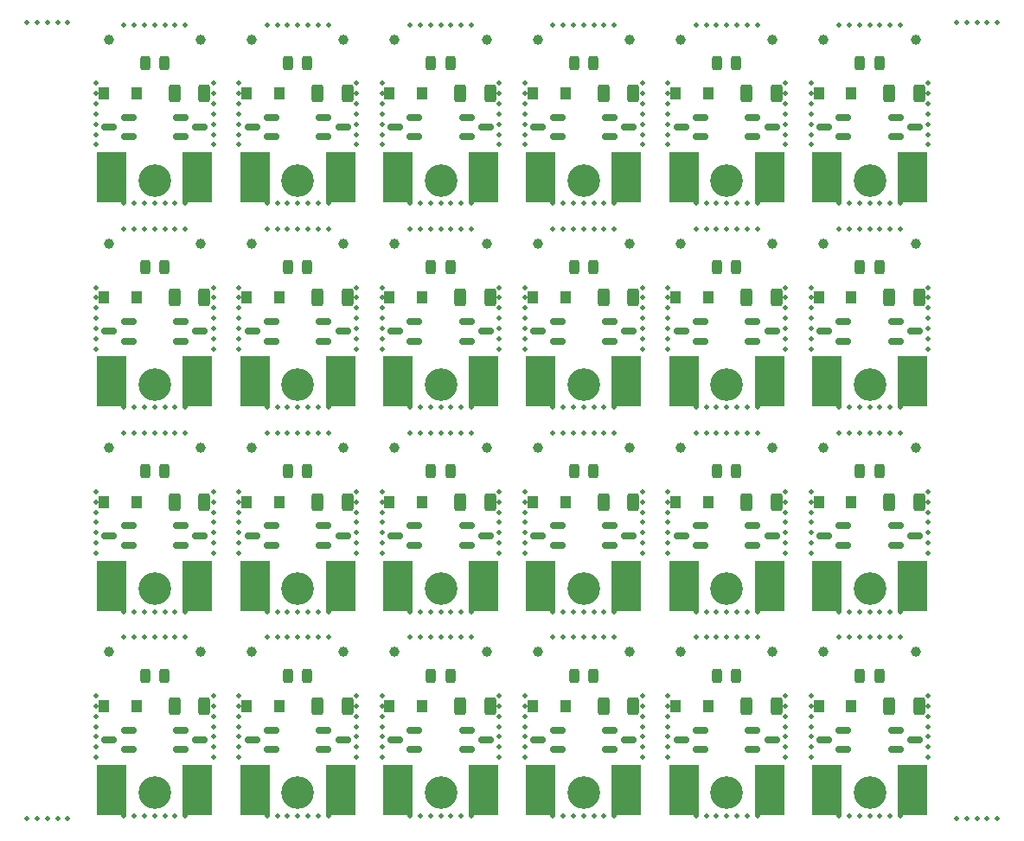
<source format=gts>
G04 #@! TF.GenerationSoftware,KiCad,Pcbnew,(6.0.9)*
G04 #@! TF.CreationDate,2022-12-08T09:34:55+09:00*
G04 #@! TF.ProjectId,EndPCRailBoard-PNLZ,456e6450-4352-4616-996c-426f6172642d,rev?*
G04 #@! TF.SameCoordinates,PX3938700PY1c9c380*
G04 #@! TF.FileFunction,Soldermask,Top*
G04 #@! TF.FilePolarity,Negative*
%FSLAX46Y46*%
G04 Gerber Fmt 4.6, Leading zero omitted, Abs format (unit mm)*
G04 Created by KiCad (PCBNEW (6.0.9)) date 2022-12-08 09:34:55*
%MOMM*%
%LPD*%
G01*
G04 APERTURE LIST*
G04 Aperture macros list*
%AMRoundRect*
0 Rectangle with rounded corners*
0 $1 Rounding radius*
0 $2 $3 $4 $5 $6 $7 $8 $9 X,Y pos of 4 corners*
0 Add a 4 corners polygon primitive as box body*
4,1,4,$2,$3,$4,$5,$6,$7,$8,$9,$2,$3,0*
0 Add four circle primitives for the rounded corners*
1,1,$1+$1,$2,$3*
1,1,$1+$1,$4,$5*
1,1,$1+$1,$6,$7*
1,1,$1+$1,$8,$9*
0 Add four rect primitives between the rounded corners*
20,1,$1+$1,$2,$3,$4,$5,0*
20,1,$1+$1,$4,$5,$6,$7,0*
20,1,$1+$1,$6,$7,$8,$9,0*
20,1,$1+$1,$8,$9,$2,$3,0*%
G04 Aperture macros list end*
%ADD10R,1.120000X1.270000*%
%ADD11C,0.500000*%
%ADD12C,1.000000*%
%ADD13R,3.000000X5.000000*%
%ADD14RoundRect,0.250000X-0.312500X-0.625000X0.312500X-0.625000X0.312500X0.625000X-0.312500X0.625000X0*%
%ADD15RoundRect,0.243750X0.243750X0.456250X-0.243750X0.456250X-0.243750X-0.456250X0.243750X-0.456250X0*%
%ADD16C,3.200000*%
%ADD17RoundRect,0.150000X-0.587500X-0.150000X0.587500X-0.150000X0.587500X0.150000X-0.587500X0.150000X0*%
%ADD18RoundRect,0.150000X0.587500X0.150000X-0.587500X0.150000X-0.587500X-0.150000X0.587500X-0.150000X0*%
G04 APERTURE END LIST*
D10*
X39200000Y-74000000D03*
X36000000Y-74000000D03*
D11*
X74750000Y-39000000D03*
D12*
X17500000Y-68700000D03*
D11*
X77250000Y-75000000D03*
X13000000Y-44750000D03*
X85000000Y-64750000D03*
X88750000Y-17000000D03*
D13*
X78800000Y-42200000D03*
D11*
X26000000Y-64750000D03*
X88750000Y-13000000D03*
X81000000Y-7250000D03*
X7250000Y-34000000D03*
X93500000Y-85000000D03*
X60750000Y-37000000D03*
X68000000Y-64750000D03*
D12*
X64500000Y-48700000D03*
D11*
X49250000Y-35000000D03*
X49250000Y-18000000D03*
X71000000Y-47250000D03*
D12*
X50500000Y-28700000D03*
D11*
X83000000Y-67250000D03*
X49250000Y-34000000D03*
X77250000Y-79000000D03*
D14*
X56937500Y-34000000D03*
X59862500Y-34000000D03*
D11*
X63250000Y-19000000D03*
X80000000Y-47250000D03*
X52000000Y-67250000D03*
X74750000Y-58000000D03*
X27000000Y-7250000D03*
D10*
X53200000Y-74000000D03*
X50000000Y-74000000D03*
D11*
X77250000Y-36000000D03*
X35250000Y-36000000D03*
X54000000Y-7250000D03*
X80000000Y-84750000D03*
X84000000Y-67250000D03*
X71000000Y-64750000D03*
X70000000Y-27250000D03*
D12*
X31500000Y-28700000D03*
D11*
X52000000Y-44750000D03*
D15*
X55937500Y-31000000D03*
X54062500Y-31000000D03*
D14*
X28937500Y-14000000D03*
X31862500Y-14000000D03*
D13*
X50800000Y-62200000D03*
D11*
X39000000Y-27250000D03*
D14*
X70937500Y-74000000D03*
X73862500Y-74000000D03*
D13*
X45200000Y-82200000D03*
D16*
X13000000Y-22500000D03*
D13*
X87200000Y-22200000D03*
X64800000Y-62200000D03*
D11*
X35250000Y-58000000D03*
X77250000Y-17000000D03*
X21250000Y-35000000D03*
X46750000Y-18000000D03*
D17*
X57562500Y-36350000D03*
X57562500Y-38250000D03*
X59437500Y-37300000D03*
D11*
X88750000Y-58000000D03*
X82000000Y-24750000D03*
X70000000Y-44750000D03*
X25000000Y-47250000D03*
X25000000Y-24750000D03*
X30000000Y-44750000D03*
D10*
X39200000Y-54000000D03*
X36000000Y-54000000D03*
D11*
X41000000Y-47250000D03*
D10*
X67200000Y-54000000D03*
X64000000Y-54000000D03*
D14*
X42937500Y-34000000D03*
X45862500Y-34000000D03*
D11*
X52000000Y-84750000D03*
X86000000Y-64750000D03*
X12000000Y-44750000D03*
X11000000Y-67250000D03*
X32750000Y-33000000D03*
X74750000Y-19000000D03*
X21250000Y-18000000D03*
X52000000Y-27250000D03*
X46750000Y-38000000D03*
D14*
X70937500Y-34000000D03*
X73862500Y-34000000D03*
D11*
X83000000Y-44750000D03*
X70000000Y-67250000D03*
D15*
X41937500Y-11000000D03*
X40062500Y-11000000D03*
D11*
X77250000Y-56000000D03*
D16*
X13000000Y-42500000D03*
D11*
X63250000Y-37000000D03*
X74750000Y-55000000D03*
X28000000Y-27250000D03*
X10000000Y-24750000D03*
D18*
X38437500Y-78250000D03*
X38437500Y-76350000D03*
X36562500Y-77300000D03*
D11*
X32750000Y-18000000D03*
X85000000Y-7250000D03*
D14*
X14937500Y-74000000D03*
X17862500Y-74000000D03*
D11*
X54000000Y-44750000D03*
X10000000Y-7250000D03*
X18750000Y-15000000D03*
X15000000Y-24750000D03*
X18750000Y-36000000D03*
X11000000Y-24750000D03*
D15*
X27937500Y-31000000D03*
X26062500Y-31000000D03*
D11*
X27000000Y-24750000D03*
X25000000Y-84750000D03*
D17*
X71562500Y-56350000D03*
X71562500Y-58250000D03*
X73437500Y-57300000D03*
D11*
X67000000Y-27250000D03*
X49250000Y-77000000D03*
D13*
X59200000Y-22200000D03*
D11*
X71000000Y-84750000D03*
X56000000Y-24750000D03*
D10*
X25200000Y-34000000D03*
X22000000Y-34000000D03*
D11*
X18750000Y-79000000D03*
X7250000Y-39000000D03*
D16*
X27000000Y-22500000D03*
D11*
X52000000Y-47250000D03*
X21250000Y-37000000D03*
X21250000Y-58000000D03*
X21250000Y-56000000D03*
D13*
X59200000Y-62200000D03*
D11*
X18750000Y-17000000D03*
D15*
X13937500Y-11000000D03*
X12062500Y-11000000D03*
D14*
X70937500Y-14000000D03*
X73862500Y-14000000D03*
D11*
X77250000Y-14000000D03*
D13*
X36800000Y-42200000D03*
D11*
X58000000Y-84750000D03*
X70000000Y-84750000D03*
X44000000Y-67250000D03*
X30000000Y-27250000D03*
D17*
X43562500Y-36350000D03*
X43562500Y-38250000D03*
X45437500Y-37300000D03*
D13*
X22800000Y-82200000D03*
D14*
X42937500Y-14000000D03*
X45862500Y-14000000D03*
D11*
X71000000Y-7250000D03*
X68000000Y-24750000D03*
X35250000Y-14000000D03*
X35250000Y-54000000D03*
X88750000Y-53000000D03*
X85000000Y-84750000D03*
X63250000Y-53000000D03*
X12000000Y-84750000D03*
X74750000Y-77000000D03*
D12*
X45500000Y-68700000D03*
D17*
X15562500Y-36350000D03*
X15562500Y-38250000D03*
X17437500Y-37300000D03*
D10*
X81200000Y-74000000D03*
X78000000Y-74000000D03*
D11*
X81000000Y-44750000D03*
X46750000Y-36000000D03*
D15*
X41937500Y-31000000D03*
X40062500Y-31000000D03*
D11*
X46750000Y-17000000D03*
X56000000Y-44750000D03*
X10000000Y-64750000D03*
X18750000Y-75000000D03*
X25000000Y-67250000D03*
X80000000Y-7250000D03*
X56000000Y-67250000D03*
X24000000Y-24750000D03*
X27000000Y-67250000D03*
D18*
X80437500Y-58250000D03*
X80437500Y-56350000D03*
X78562500Y-57300000D03*
D11*
X74750000Y-36000000D03*
X40000000Y-44750000D03*
D14*
X28937500Y-34000000D03*
X31862500Y-34000000D03*
D11*
X88750000Y-19000000D03*
D12*
X87500000Y-8700000D03*
D11*
X69000000Y-27250000D03*
X7250000Y-59000000D03*
X63250000Y-75000000D03*
D14*
X56937500Y-74000000D03*
X59862500Y-74000000D03*
D11*
X35250000Y-17000000D03*
X60750000Y-35000000D03*
X49250000Y-15000000D03*
D16*
X27000000Y-42500000D03*
D11*
X72000000Y-24750000D03*
X66000000Y-47250000D03*
X26000000Y-24750000D03*
X52000000Y-64750000D03*
D18*
X66437500Y-58250000D03*
X66437500Y-56350000D03*
X64562500Y-57300000D03*
D11*
X29000000Y-64750000D03*
X49250000Y-78000000D03*
X18750000Y-77000000D03*
X13000000Y-64750000D03*
X7250000Y-37000000D03*
X32750000Y-76000000D03*
X21250000Y-15000000D03*
X77250000Y-13000000D03*
X25000000Y-7250000D03*
X35250000Y-33000000D03*
X41000000Y-27250000D03*
X38000000Y-67250000D03*
X21250000Y-57000000D03*
X88750000Y-78000000D03*
X58000000Y-64750000D03*
X49250000Y-36000000D03*
X43000000Y-27250000D03*
D14*
X14937500Y-54000000D03*
X17862500Y-54000000D03*
D18*
X38437500Y-38250000D03*
X38437500Y-36350000D03*
X36562500Y-37300000D03*
D11*
X74750000Y-59000000D03*
X46750000Y-79000000D03*
D10*
X25200000Y-74000000D03*
X22000000Y-74000000D03*
D17*
X57562500Y-16350000D03*
X57562500Y-18250000D03*
X59437500Y-17300000D03*
D13*
X22800000Y-22200000D03*
D11*
X68000000Y-44750000D03*
X85000000Y-67250000D03*
D14*
X28937500Y-54000000D03*
X31862500Y-54000000D03*
D11*
X26000000Y-44750000D03*
X57000000Y-47250000D03*
X63250000Y-36000000D03*
D13*
X87200000Y-62200000D03*
D11*
X29000000Y-44750000D03*
X49250000Y-16000000D03*
X49250000Y-14000000D03*
X46750000Y-56000000D03*
D10*
X81200000Y-14000000D03*
X78000000Y-14000000D03*
D11*
X46750000Y-16000000D03*
X32750000Y-57000000D03*
X42000000Y-24750000D03*
X42000000Y-44750000D03*
X28000000Y-67250000D03*
X42000000Y-67250000D03*
X11000000Y-84750000D03*
D13*
X45200000Y-62200000D03*
D11*
X74750000Y-38000000D03*
X7250000Y-55000000D03*
X80000000Y-24750000D03*
X53000000Y-44750000D03*
X57000000Y-64750000D03*
D15*
X83937500Y-51000000D03*
X82062500Y-51000000D03*
D11*
X60750000Y-36000000D03*
X84000000Y-24750000D03*
X49250000Y-13000000D03*
X32750000Y-77000000D03*
X77250000Y-54000000D03*
X35250000Y-19000000D03*
X16000000Y-84750000D03*
X46750000Y-78000000D03*
X39000000Y-47250000D03*
X21250000Y-76000000D03*
D13*
X36800000Y-22200000D03*
D11*
X40000000Y-84750000D03*
X84000000Y-27250000D03*
X88750000Y-34000000D03*
X72000000Y-27250000D03*
D17*
X43562500Y-76350000D03*
X43562500Y-78250000D03*
X45437500Y-77300000D03*
D11*
X66000000Y-84750000D03*
X12000000Y-24750000D03*
D16*
X55000000Y-82500000D03*
D11*
X21250000Y-19000000D03*
X11000000Y-64750000D03*
X18750000Y-34000000D03*
X63250000Y-38000000D03*
X35250000Y-79000000D03*
X18750000Y-13000000D03*
D15*
X69937500Y-71000000D03*
X68062500Y-71000000D03*
D11*
X80000000Y-27250000D03*
X88750000Y-54000000D03*
X60750000Y-34000000D03*
X43000000Y-44750000D03*
X15000000Y-84750000D03*
X94500000Y-7000000D03*
X46750000Y-75000000D03*
D12*
X87500000Y-68700000D03*
D11*
X11000000Y-47250000D03*
X1500000Y-85000000D03*
X35250000Y-34000000D03*
X41000000Y-7250000D03*
X18750000Y-37000000D03*
X24000000Y-64750000D03*
X32750000Y-15000000D03*
X49250000Y-57000000D03*
D16*
X69000000Y-22500000D03*
D11*
X60750000Y-15000000D03*
X1500000Y-7000000D03*
X18750000Y-53000000D03*
X7250000Y-58000000D03*
X63250000Y-15000000D03*
X86000000Y-24750000D03*
X18750000Y-74000000D03*
X77250000Y-16000000D03*
D12*
X78500000Y-68700000D03*
D11*
X30000000Y-67250000D03*
X42000000Y-47250000D03*
D17*
X57562500Y-76350000D03*
X57562500Y-78250000D03*
X59437500Y-77300000D03*
D11*
X57000000Y-84750000D03*
X83000000Y-64750000D03*
X7250000Y-35000000D03*
X60750000Y-13000000D03*
X77250000Y-35000000D03*
X53000000Y-27250000D03*
X53000000Y-67250000D03*
X41000000Y-67250000D03*
X94500000Y-85000000D03*
D12*
X50500000Y-8700000D03*
D18*
X10437500Y-38250000D03*
X10437500Y-36350000D03*
X8562500Y-37300000D03*
D11*
X28000000Y-64750000D03*
X27000000Y-84750000D03*
D16*
X55000000Y-22500000D03*
D11*
X77250000Y-58000000D03*
X12000000Y-67250000D03*
D15*
X83937500Y-31000000D03*
X82062500Y-31000000D03*
D13*
X78800000Y-62200000D03*
D11*
X88750000Y-18000000D03*
X49250000Y-55000000D03*
X29000000Y-84750000D03*
X72000000Y-44750000D03*
X57000000Y-27250000D03*
X84000000Y-44750000D03*
D14*
X70937500Y-54000000D03*
X73862500Y-54000000D03*
D11*
X63250000Y-54000000D03*
X55000000Y-67250000D03*
X2500000Y-85000000D03*
X39000000Y-44750000D03*
X10000000Y-47250000D03*
X55000000Y-44750000D03*
X74750000Y-56000000D03*
X60750000Y-38000000D03*
X46750000Y-74000000D03*
D12*
X73500000Y-48700000D03*
D11*
X38000000Y-27250000D03*
X55000000Y-64750000D03*
X21250000Y-59000000D03*
X72000000Y-64750000D03*
X32750000Y-75000000D03*
X15000000Y-7250000D03*
D12*
X36500000Y-8700000D03*
D11*
X63250000Y-74000000D03*
X44000000Y-64750000D03*
D12*
X87500000Y-28700000D03*
D18*
X80437500Y-18250000D03*
X80437500Y-16350000D03*
X78562500Y-17300000D03*
D16*
X55000000Y-62500000D03*
D11*
X21250000Y-54000000D03*
D10*
X67200000Y-74000000D03*
X64000000Y-74000000D03*
D11*
X24000000Y-27250000D03*
X16000000Y-27250000D03*
X21250000Y-39000000D03*
X7250000Y-16000000D03*
X69000000Y-47250000D03*
X67000000Y-7250000D03*
X46750000Y-34000000D03*
X58000000Y-67250000D03*
X7250000Y-18000000D03*
D13*
X17200000Y-82200000D03*
D15*
X13937500Y-71000000D03*
X12062500Y-71000000D03*
D12*
X36500000Y-28700000D03*
D11*
X56000000Y-84750000D03*
X7250000Y-77000000D03*
X32750000Y-58000000D03*
X54000000Y-47250000D03*
X18750000Y-54000000D03*
X80000000Y-64750000D03*
X55000000Y-27250000D03*
D10*
X81200000Y-54000000D03*
X78000000Y-54000000D03*
D14*
X84937500Y-54000000D03*
X87862500Y-54000000D03*
D11*
X83000000Y-27250000D03*
D17*
X43562500Y-16350000D03*
X43562500Y-18250000D03*
X45437500Y-17300000D03*
D11*
X29000000Y-67250000D03*
X46750000Y-76000000D03*
X60750000Y-77000000D03*
X29000000Y-7250000D03*
X85000000Y-47250000D03*
X13000000Y-84750000D03*
D13*
X8800000Y-42200000D03*
D18*
X10437500Y-78250000D03*
X10437500Y-76350000D03*
X8562500Y-77300000D03*
D11*
X93500000Y-7000000D03*
X7250000Y-57000000D03*
D17*
X29562500Y-56350000D03*
X29562500Y-58250000D03*
X31437500Y-57300000D03*
D15*
X83937500Y-11000000D03*
X82062500Y-11000000D03*
D11*
X66000000Y-67250000D03*
X30000000Y-84750000D03*
X15000000Y-47250000D03*
X84000000Y-84750000D03*
X18750000Y-14000000D03*
X81000000Y-67250000D03*
X60750000Y-19000000D03*
X82000000Y-44750000D03*
D13*
X64800000Y-22200000D03*
D11*
X54000000Y-27250000D03*
X69000000Y-44750000D03*
X43000000Y-67250000D03*
X63250000Y-58000000D03*
X43000000Y-84750000D03*
X35250000Y-57000000D03*
X14000000Y-27250000D03*
X54000000Y-67250000D03*
X21250000Y-79000000D03*
D18*
X80437500Y-38250000D03*
X80437500Y-36350000D03*
X78562500Y-37300000D03*
D12*
X73500000Y-68700000D03*
D11*
X10000000Y-27250000D03*
X25000000Y-64750000D03*
X35250000Y-39000000D03*
D12*
X78500000Y-28700000D03*
X50500000Y-68700000D03*
D11*
X26000000Y-27250000D03*
X60750000Y-56000000D03*
D13*
X64800000Y-42200000D03*
D11*
X74750000Y-73000000D03*
X88750000Y-59000000D03*
D18*
X80437500Y-78250000D03*
X80437500Y-76350000D03*
X78562500Y-77300000D03*
D13*
X73200000Y-42200000D03*
D15*
X41937500Y-71000000D03*
X40062500Y-71000000D03*
D18*
X52437500Y-38250000D03*
X52437500Y-36350000D03*
X50562500Y-37300000D03*
D11*
X21250000Y-75000000D03*
D17*
X15562500Y-16350000D03*
X15562500Y-18250000D03*
X17437500Y-17300000D03*
D11*
X42000000Y-7250000D03*
X81000000Y-47250000D03*
X60750000Y-14000000D03*
X83000000Y-47250000D03*
D15*
X55937500Y-71000000D03*
X54062500Y-71000000D03*
D18*
X52437500Y-78250000D03*
X52437500Y-76350000D03*
X50562500Y-77300000D03*
D11*
X30000000Y-24750000D03*
X7250000Y-38000000D03*
D18*
X24437500Y-78250000D03*
X24437500Y-76350000D03*
X22562500Y-77300000D03*
D11*
X77250000Y-78000000D03*
D15*
X55937500Y-11000000D03*
X54062500Y-11000000D03*
D11*
X35250000Y-35000000D03*
X77250000Y-38000000D03*
X55000000Y-7250000D03*
X32750000Y-35000000D03*
D14*
X42937500Y-74000000D03*
X45862500Y-74000000D03*
D11*
X57000000Y-44750000D03*
D14*
X84937500Y-74000000D03*
X87862500Y-74000000D03*
D15*
X69937500Y-11000000D03*
X68062500Y-11000000D03*
D14*
X42937500Y-54000000D03*
X45862500Y-54000000D03*
D11*
X66000000Y-44750000D03*
X38000000Y-64750000D03*
D12*
X59500000Y-48700000D03*
D11*
X84000000Y-64750000D03*
X26000000Y-47250000D03*
D13*
X17200000Y-42200000D03*
D11*
X7250000Y-13000000D03*
X60750000Y-59000000D03*
D10*
X11200000Y-34000000D03*
X8000000Y-34000000D03*
D11*
X56000000Y-27250000D03*
D10*
X53200000Y-34000000D03*
X50000000Y-34000000D03*
D11*
X43000000Y-7250000D03*
X46750000Y-54000000D03*
X49250000Y-73000000D03*
D17*
X15562500Y-76350000D03*
X15562500Y-78250000D03*
X17437500Y-77300000D03*
D11*
X49250000Y-38000000D03*
X32750000Y-13000000D03*
X63250000Y-14000000D03*
D13*
X78800000Y-22200000D03*
D11*
X13000000Y-27250000D03*
X66000000Y-27250000D03*
X46750000Y-35000000D03*
D18*
X52437500Y-58250000D03*
X52437500Y-56350000D03*
X50562500Y-57300000D03*
D11*
X88750000Y-35000000D03*
X11000000Y-44750000D03*
D17*
X85562500Y-76350000D03*
X85562500Y-78250000D03*
X87437500Y-77300000D03*
X85562500Y-36350000D03*
X85562500Y-38250000D03*
X87437500Y-37300000D03*
D11*
X46750000Y-14000000D03*
D13*
X87200000Y-82200000D03*
D12*
X8500000Y-28700000D03*
D11*
X54000000Y-64750000D03*
X16000000Y-47250000D03*
X60750000Y-39000000D03*
X88750000Y-39000000D03*
X52000000Y-24750000D03*
D17*
X15562500Y-56350000D03*
X15562500Y-58250000D03*
X17437500Y-57300000D03*
D16*
X69000000Y-42500000D03*
D11*
X35250000Y-59000000D03*
X63250000Y-77000000D03*
X66000000Y-64750000D03*
D12*
X31500000Y-8700000D03*
D11*
X56000000Y-64750000D03*
D18*
X24437500Y-38250000D03*
X24437500Y-36350000D03*
X22562500Y-37300000D03*
D11*
X28000000Y-84750000D03*
D16*
X27000000Y-62500000D03*
D11*
X43000000Y-47250000D03*
X7250000Y-53000000D03*
D15*
X69937500Y-31000000D03*
X68062500Y-31000000D03*
D11*
X88750000Y-14000000D03*
D13*
X50800000Y-42200000D03*
D11*
X26000000Y-7250000D03*
X70000000Y-24750000D03*
D18*
X66437500Y-38250000D03*
X66437500Y-36350000D03*
X64562500Y-37300000D03*
D11*
X86000000Y-47250000D03*
X54000000Y-24750000D03*
X30000000Y-47250000D03*
X35250000Y-18000000D03*
X74750000Y-13000000D03*
X77250000Y-18000000D03*
X83000000Y-7250000D03*
D17*
X71562500Y-16350000D03*
X71562500Y-18250000D03*
X73437500Y-17300000D03*
D11*
X46750000Y-77000000D03*
X60750000Y-58000000D03*
D16*
X13000000Y-62500000D03*
D11*
X39000000Y-64750000D03*
D16*
X83000000Y-82500000D03*
D11*
X68000000Y-47250000D03*
X77250000Y-33000000D03*
X21250000Y-77000000D03*
X91500000Y-85000000D03*
D16*
X41000000Y-22500000D03*
D11*
X63250000Y-18000000D03*
D14*
X56937500Y-14000000D03*
X59862500Y-14000000D03*
D15*
X55937500Y-51000000D03*
X54062500Y-51000000D03*
D11*
X7250000Y-74000000D03*
X95500000Y-85000000D03*
X40000000Y-64750000D03*
X14000000Y-44750000D03*
X81000000Y-84750000D03*
X21250000Y-16000000D03*
X18750000Y-76000000D03*
X53000000Y-47250000D03*
X63250000Y-35000000D03*
X85000000Y-44750000D03*
X67000000Y-47250000D03*
X63250000Y-57000000D03*
X63250000Y-16000000D03*
D14*
X84937500Y-14000000D03*
X87862500Y-14000000D03*
D10*
X67200000Y-14000000D03*
X64000000Y-14000000D03*
D11*
X69000000Y-7250000D03*
X32750000Y-59000000D03*
X35250000Y-16000000D03*
D14*
X56937500Y-54000000D03*
X59862500Y-54000000D03*
D11*
X46750000Y-33000000D03*
X77250000Y-57000000D03*
X14000000Y-24750000D03*
X21250000Y-53000000D03*
X26000000Y-84750000D03*
D10*
X67200000Y-34000000D03*
X64000000Y-34000000D03*
D11*
X63250000Y-33000000D03*
X82000000Y-64750000D03*
X66000000Y-24750000D03*
D12*
X73500000Y-28700000D03*
D11*
X60750000Y-16000000D03*
D18*
X66437500Y-78250000D03*
X66437500Y-76350000D03*
X64562500Y-77300000D03*
D11*
X32750000Y-79000000D03*
X41000000Y-84750000D03*
D15*
X27937500Y-71000000D03*
X26062500Y-71000000D03*
D11*
X77250000Y-53000000D03*
D12*
X22500000Y-8700000D03*
D11*
X7250000Y-56000000D03*
X63250000Y-34000000D03*
X35250000Y-73000000D03*
X55000000Y-84750000D03*
D17*
X57562500Y-56350000D03*
X57562500Y-58250000D03*
X59437500Y-57300000D03*
D13*
X64800000Y-82200000D03*
D11*
X32750000Y-53000000D03*
D13*
X50800000Y-82200000D03*
D11*
X15000000Y-67250000D03*
X15000000Y-27250000D03*
X68000000Y-67250000D03*
X54000000Y-84750000D03*
X60750000Y-78000000D03*
X81000000Y-64750000D03*
X63250000Y-73000000D03*
D13*
X36800000Y-62200000D03*
D11*
X13000000Y-47250000D03*
X74750000Y-17000000D03*
D15*
X13937500Y-51000000D03*
X12062500Y-51000000D03*
D11*
X49250000Y-37000000D03*
X58000000Y-27250000D03*
D13*
X87200000Y-42200000D03*
D11*
X18750000Y-16000000D03*
X85000000Y-27250000D03*
X46750000Y-39000000D03*
X57000000Y-67250000D03*
D12*
X64500000Y-68700000D03*
D11*
X7250000Y-79000000D03*
D13*
X22800000Y-42200000D03*
D11*
X18750000Y-33000000D03*
X88750000Y-15000000D03*
X56000000Y-7250000D03*
D10*
X39200000Y-14000000D03*
X36000000Y-14000000D03*
D11*
X88750000Y-16000000D03*
D13*
X8800000Y-22200000D03*
D11*
X63250000Y-78000000D03*
X14000000Y-67250000D03*
X74750000Y-54000000D03*
X63250000Y-17000000D03*
X82000000Y-27250000D03*
D15*
X69937500Y-51000000D03*
X68062500Y-51000000D03*
D11*
X80000000Y-67250000D03*
X88750000Y-37000000D03*
X77250000Y-39000000D03*
X24000000Y-84750000D03*
X63250000Y-79000000D03*
X21250000Y-13000000D03*
D12*
X31500000Y-68700000D03*
D17*
X85562500Y-56350000D03*
X85562500Y-58250000D03*
X87437500Y-57300000D03*
D16*
X83000000Y-22500000D03*
D12*
X73500000Y-8700000D03*
D11*
X46750000Y-73000000D03*
X39000000Y-7250000D03*
X53000000Y-7250000D03*
X49250000Y-53000000D03*
X4500000Y-85000000D03*
X77250000Y-76000000D03*
X38000000Y-47250000D03*
X21250000Y-33000000D03*
D10*
X11200000Y-54000000D03*
X8000000Y-54000000D03*
D11*
X68000000Y-7250000D03*
X10000000Y-84750000D03*
X69000000Y-64750000D03*
X60750000Y-57000000D03*
X67000000Y-64750000D03*
X60750000Y-33000000D03*
D13*
X31200000Y-22200000D03*
D12*
X64500000Y-8700000D03*
D18*
X38437500Y-18250000D03*
X38437500Y-16350000D03*
X36562500Y-17300000D03*
D11*
X32750000Y-34000000D03*
D13*
X17200000Y-22200000D03*
D11*
X83000000Y-24750000D03*
X38000000Y-24750000D03*
X25000000Y-27250000D03*
X14000000Y-47250000D03*
X40000000Y-47250000D03*
X21250000Y-55000000D03*
X70000000Y-64750000D03*
X16000000Y-64750000D03*
X18750000Y-56000000D03*
X40000000Y-67250000D03*
X84000000Y-47250000D03*
X12000000Y-47250000D03*
X7250000Y-36000000D03*
X91500000Y-7000000D03*
D13*
X73200000Y-22200000D03*
D10*
X25200000Y-14000000D03*
X22000000Y-14000000D03*
D12*
X8500000Y-48700000D03*
D11*
X2500000Y-7000000D03*
X21250000Y-73000000D03*
X84000000Y-7250000D03*
X24000000Y-67250000D03*
D15*
X41937500Y-51000000D03*
X40062500Y-51000000D03*
D11*
X44000000Y-84750000D03*
X82000000Y-84750000D03*
X71000000Y-44750000D03*
X7250000Y-19000000D03*
D12*
X78500000Y-8700000D03*
D14*
X28937500Y-74000000D03*
X31862500Y-74000000D03*
D16*
X55000000Y-42500000D03*
D11*
X7250000Y-17000000D03*
X83000000Y-84750000D03*
D12*
X22500000Y-68700000D03*
D11*
X74750000Y-37000000D03*
X10000000Y-67250000D03*
X28000000Y-44750000D03*
X24000000Y-44750000D03*
D18*
X66437500Y-18250000D03*
X66437500Y-16350000D03*
X64562500Y-17300000D03*
D11*
X82000000Y-7250000D03*
X60750000Y-75000000D03*
X55000000Y-24750000D03*
D12*
X17500000Y-48700000D03*
D11*
X46750000Y-37000000D03*
X11000000Y-27250000D03*
X71000000Y-24750000D03*
X16000000Y-7250000D03*
D10*
X53200000Y-14000000D03*
X50000000Y-14000000D03*
D11*
X74750000Y-15000000D03*
X42000000Y-27250000D03*
D16*
X41000000Y-42500000D03*
D11*
X67000000Y-44750000D03*
X46750000Y-59000000D03*
X13000000Y-7250000D03*
X52000000Y-7250000D03*
X35250000Y-53000000D03*
X18750000Y-38000000D03*
D13*
X36800000Y-82200000D03*
D17*
X71562500Y-36350000D03*
X71562500Y-38250000D03*
X73437500Y-37300000D03*
D11*
X68000000Y-27250000D03*
X46750000Y-57000000D03*
X16000000Y-67250000D03*
D13*
X8800000Y-82200000D03*
D11*
X74750000Y-34000000D03*
D16*
X69000000Y-62500000D03*
D11*
X41000000Y-24750000D03*
X29000000Y-24750000D03*
X63250000Y-55000000D03*
D18*
X10437500Y-58250000D03*
X10437500Y-56350000D03*
X8562500Y-57300000D03*
D11*
X88750000Y-57000000D03*
X44000000Y-7250000D03*
X86000000Y-84750000D03*
X80000000Y-44750000D03*
X82000000Y-67250000D03*
X16000000Y-24750000D03*
X66000000Y-7250000D03*
X15000000Y-44750000D03*
X60750000Y-76000000D03*
X18750000Y-19000000D03*
X46750000Y-15000000D03*
D13*
X45200000Y-42200000D03*
D11*
X58000000Y-7250000D03*
X38000000Y-84750000D03*
X60750000Y-73000000D03*
X32750000Y-36000000D03*
D13*
X22800000Y-62200000D03*
D11*
X32750000Y-14000000D03*
X27000000Y-47250000D03*
X25000000Y-44750000D03*
X7250000Y-73000000D03*
X35250000Y-13000000D03*
D15*
X13937500Y-31000000D03*
X12062500Y-31000000D03*
D11*
X49250000Y-19000000D03*
X24000000Y-7250000D03*
X35250000Y-78000000D03*
D13*
X59200000Y-42200000D03*
D11*
X63250000Y-56000000D03*
X74750000Y-76000000D03*
X21250000Y-74000000D03*
X77250000Y-34000000D03*
X12000000Y-64750000D03*
X500000Y-85000000D03*
D16*
X27000000Y-82500000D03*
D10*
X25200000Y-54000000D03*
X22000000Y-54000000D03*
D11*
X49250000Y-74000000D03*
X46750000Y-58000000D03*
X49250000Y-17000000D03*
X86000000Y-44750000D03*
D12*
X8500000Y-68700000D03*
D11*
X32750000Y-19000000D03*
X72000000Y-67250000D03*
X88750000Y-75000000D03*
X49250000Y-75000000D03*
X74750000Y-16000000D03*
D12*
X31500000Y-48700000D03*
D16*
X41000000Y-62500000D03*
D11*
X18750000Y-18000000D03*
X46750000Y-55000000D03*
X85000000Y-24750000D03*
X39000000Y-67250000D03*
X12000000Y-7250000D03*
D10*
X39200000Y-34000000D03*
X36000000Y-34000000D03*
D17*
X71562500Y-76350000D03*
X71562500Y-78250000D03*
X73437500Y-77300000D03*
D11*
X60750000Y-55000000D03*
X32750000Y-38000000D03*
X15000000Y-64750000D03*
X32750000Y-16000000D03*
X60750000Y-53000000D03*
X53000000Y-84750000D03*
X77250000Y-55000000D03*
X46750000Y-13000000D03*
X18750000Y-39000000D03*
X40000000Y-27250000D03*
X70000000Y-7250000D03*
D12*
X45500000Y-48700000D03*
D10*
X53200000Y-54000000D03*
X50000000Y-54000000D03*
D11*
X92500000Y-85000000D03*
X500000Y-7000000D03*
X27000000Y-27250000D03*
D18*
X38437500Y-58250000D03*
X38437500Y-56350000D03*
X36562500Y-57300000D03*
D11*
X95500000Y-7000000D03*
X49250000Y-56000000D03*
X18750000Y-73000000D03*
X30000000Y-64750000D03*
X71000000Y-67250000D03*
X44000000Y-44750000D03*
X77250000Y-15000000D03*
X35250000Y-74000000D03*
D10*
X81200000Y-34000000D03*
X78000000Y-34000000D03*
D11*
X67000000Y-24750000D03*
X55000000Y-47250000D03*
X38000000Y-44750000D03*
X86000000Y-7250000D03*
X32750000Y-37000000D03*
X58000000Y-47250000D03*
D14*
X14937500Y-14000000D03*
X17862500Y-14000000D03*
D11*
X35250000Y-75000000D03*
D12*
X59500000Y-28700000D03*
D11*
X7250000Y-78000000D03*
X49250000Y-76000000D03*
X88750000Y-76000000D03*
X49250000Y-54000000D03*
X53000000Y-24750000D03*
X40000000Y-24750000D03*
X46750000Y-19000000D03*
X57000000Y-7250000D03*
X42000000Y-64750000D03*
D12*
X59500000Y-8700000D03*
D11*
X32750000Y-54000000D03*
X72000000Y-47250000D03*
X68000000Y-84750000D03*
D15*
X83937500Y-71000000D03*
X82062500Y-71000000D03*
D11*
X24000000Y-47250000D03*
X21250000Y-17000000D03*
X82000000Y-47250000D03*
X26000000Y-67250000D03*
D10*
X11200000Y-14000000D03*
X8000000Y-14000000D03*
D11*
X88750000Y-73000000D03*
D17*
X29562500Y-36350000D03*
X29562500Y-38250000D03*
X31437500Y-37300000D03*
D11*
X88750000Y-79000000D03*
X32750000Y-56000000D03*
D12*
X59500000Y-68700000D03*
D11*
X74750000Y-53000000D03*
X74750000Y-74000000D03*
D12*
X36500000Y-48700000D03*
D11*
X74750000Y-35000000D03*
X56000000Y-47250000D03*
D16*
X83000000Y-62500000D03*
D11*
X18750000Y-55000000D03*
X60750000Y-74000000D03*
D13*
X17200000Y-62200000D03*
D11*
X32750000Y-17000000D03*
X88750000Y-74000000D03*
X70000000Y-47250000D03*
D18*
X52437500Y-18250000D03*
X52437500Y-16350000D03*
X50562500Y-17300000D03*
D11*
X21250000Y-34000000D03*
X74750000Y-33000000D03*
X69000000Y-24750000D03*
D14*
X84937500Y-34000000D03*
X87862500Y-34000000D03*
D11*
X44000000Y-47250000D03*
X41000000Y-44750000D03*
D12*
X87500000Y-48700000D03*
D17*
X29562500Y-76350000D03*
X29562500Y-78250000D03*
X31437500Y-77300000D03*
D11*
X63250000Y-39000000D03*
X49250000Y-33000000D03*
X46750000Y-53000000D03*
D17*
X85562500Y-16350000D03*
X85562500Y-18250000D03*
X87437500Y-17300000D03*
D11*
X32750000Y-73000000D03*
X88750000Y-36000000D03*
X58000000Y-24750000D03*
D17*
X29562500Y-16350000D03*
X29562500Y-18250000D03*
X31437500Y-17300000D03*
D11*
X43000000Y-64750000D03*
X18750000Y-78000000D03*
X77250000Y-19000000D03*
X18750000Y-35000000D03*
X27000000Y-44750000D03*
X7250000Y-54000000D03*
X72000000Y-84750000D03*
X63250000Y-76000000D03*
X35250000Y-55000000D03*
X7250000Y-76000000D03*
X88750000Y-38000000D03*
X32750000Y-78000000D03*
X35250000Y-76000000D03*
X49250000Y-79000000D03*
X3500000Y-85000000D03*
X86000000Y-27250000D03*
X88750000Y-77000000D03*
X21250000Y-14000000D03*
X63250000Y-13000000D03*
X77250000Y-73000000D03*
X77250000Y-37000000D03*
X14000000Y-84750000D03*
X41000000Y-64750000D03*
X74750000Y-14000000D03*
X69000000Y-84750000D03*
X88750000Y-33000000D03*
D13*
X73200000Y-82200000D03*
D11*
X10000000Y-44750000D03*
X38000000Y-7250000D03*
D12*
X17500000Y-28700000D03*
D11*
X21250000Y-36000000D03*
X77250000Y-59000000D03*
D17*
X43562500Y-56350000D03*
X43562500Y-58250000D03*
X45437500Y-57300000D03*
D11*
X18750000Y-58000000D03*
X69000000Y-67250000D03*
X77250000Y-74000000D03*
X14000000Y-64750000D03*
X35250000Y-38000000D03*
X29000000Y-27250000D03*
X28000000Y-7250000D03*
X28000000Y-24750000D03*
D14*
X14937500Y-34000000D03*
X17862500Y-34000000D03*
D11*
X49250000Y-39000000D03*
D12*
X8500000Y-8700000D03*
X17500000Y-8700000D03*
D11*
X7250000Y-14000000D03*
X92500000Y-7000000D03*
X39000000Y-24750000D03*
D15*
X27937500Y-51000000D03*
X26062500Y-51000000D03*
D11*
X77250000Y-77000000D03*
X88750000Y-56000000D03*
X14000000Y-7250000D03*
X60750000Y-17000000D03*
X30000000Y-7250000D03*
D18*
X24437500Y-18250000D03*
X24437500Y-16350000D03*
X22562500Y-17300000D03*
D15*
X27937500Y-11000000D03*
X26062500Y-11000000D03*
D11*
X86000000Y-67250000D03*
D13*
X45200000Y-22200000D03*
D11*
X40000000Y-7250000D03*
X44000000Y-24750000D03*
X4500000Y-7000000D03*
X81000000Y-27250000D03*
X18750000Y-59000000D03*
X44000000Y-27250000D03*
X60750000Y-18000000D03*
D12*
X36500000Y-68700000D03*
D11*
X16000000Y-44750000D03*
D12*
X22500000Y-48700000D03*
D10*
X11200000Y-74000000D03*
X8000000Y-74000000D03*
D13*
X50800000Y-22200000D03*
D11*
X42000000Y-84750000D03*
X49250000Y-58000000D03*
X13000000Y-67250000D03*
X29000000Y-47250000D03*
X35250000Y-37000000D03*
X58000000Y-44750000D03*
D18*
X10437500Y-18250000D03*
X10437500Y-16350000D03*
X8562500Y-17300000D03*
D11*
X39000000Y-84750000D03*
X49250000Y-59000000D03*
X74750000Y-78000000D03*
D12*
X78500000Y-48700000D03*
D11*
X81000000Y-24750000D03*
X60750000Y-79000000D03*
D16*
X13000000Y-82500000D03*
D13*
X59200000Y-82200000D03*
D11*
X11000000Y-7250000D03*
X12000000Y-27250000D03*
X7250000Y-15000000D03*
X7250000Y-33000000D03*
X21250000Y-78000000D03*
X27000000Y-64750000D03*
X3500000Y-7000000D03*
X32750000Y-39000000D03*
D13*
X31200000Y-42200000D03*
D12*
X45500000Y-8700000D03*
D11*
X21250000Y-38000000D03*
X57000000Y-24750000D03*
X74750000Y-18000000D03*
X88750000Y-55000000D03*
X18750000Y-57000000D03*
X53000000Y-64750000D03*
X35250000Y-77000000D03*
X7250000Y-75000000D03*
X71000000Y-27250000D03*
D16*
X83000000Y-42500000D03*
D12*
X64500000Y-28700000D03*
D11*
X67000000Y-67250000D03*
X32750000Y-74000000D03*
D13*
X8800000Y-62200000D03*
D11*
X74750000Y-57000000D03*
X72000000Y-7250000D03*
D13*
X31200000Y-62200000D03*
X31200000Y-82200000D03*
D11*
X43000000Y-24750000D03*
X28000000Y-47250000D03*
X35250000Y-56000000D03*
X74750000Y-75000000D03*
X35250000Y-15000000D03*
X67000000Y-84750000D03*
X13000000Y-24750000D03*
D12*
X45500000Y-28700000D03*
D11*
X74750000Y-79000000D03*
D18*
X24437500Y-58250000D03*
X24437500Y-56350000D03*
X22562500Y-57300000D03*
D12*
X22500000Y-28700000D03*
D13*
X78800000Y-82200000D03*
D16*
X41000000Y-82500000D03*
D12*
X50500000Y-48700000D03*
D11*
X60750000Y-54000000D03*
D16*
X69000000Y-82500000D03*
D13*
X73200000Y-62200000D03*
D11*
X63250000Y-59000000D03*
X32750000Y-55000000D03*
M02*

</source>
